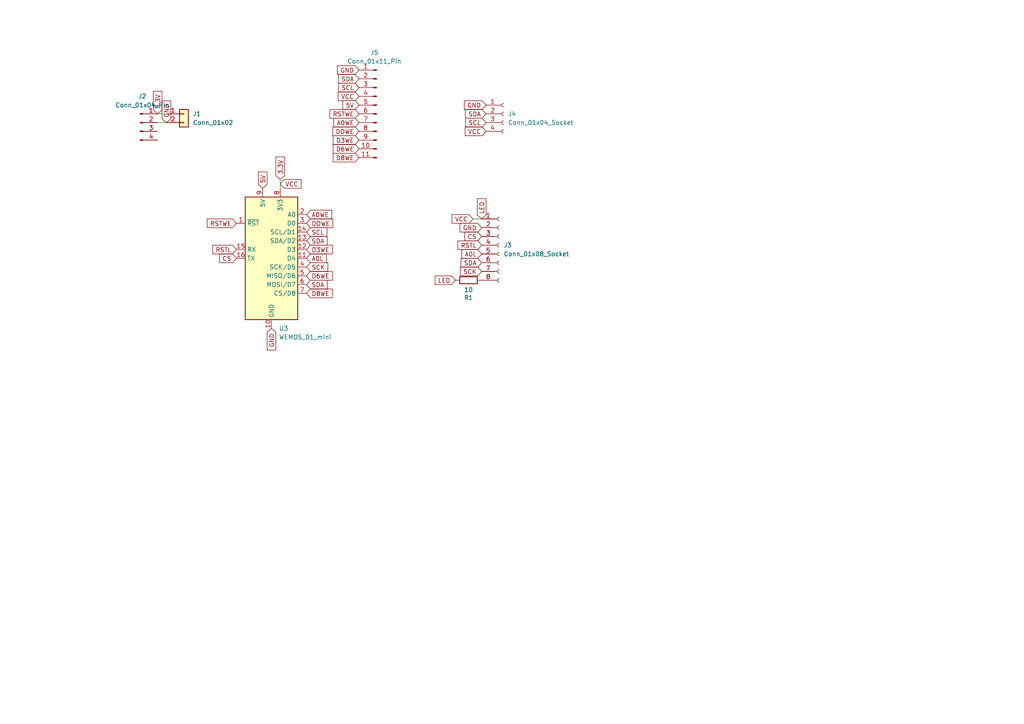
<source format=kicad_sch>
(kicad_sch
	(version 20241004)
	(generator "eeschema")
	(generator_version "8.99")
	(uuid "e8b92681-acdb-4d9b-b258-0eef7a166544")
	(paper "A4")
	(lib_symbols
		(symbol "Connector:Conn_01x04_Pin"
			(pin_names
				(offset 1.016)
				(hide yes)
			)
			(exclude_from_sim no)
			(in_bom yes)
			(on_board yes)
			(property "Reference" "J"
				(at 0 5.08 0)
				(effects
					(font
						(size 1.27 1.27)
					)
				)
			)
			(property "Value" "Conn_01x04_Pin"
				(at 0 -7.62 0)
				(effects
					(font
						(size 1.27 1.27)
					)
				)
			)
			(property "Footprint" ""
				(at 0 0 0)
				(effects
					(font
						(size 1.27 1.27)
					)
					(hide yes)
				)
			)
			(property "Datasheet" "~"
				(at 0 0 0)
				(effects
					(font
						(size 1.27 1.27)
					)
					(hide yes)
				)
			)
			(property "Description" "Generic connector, single row, 01x04, script generated"
				(at 0 0 0)
				(effects
					(font
						(size 1.27 1.27)
					)
					(hide yes)
				)
			)
			(property "ki_locked" ""
				(at 0 0 0)
				(effects
					(font
						(size 1.27 1.27)
					)
				)
			)
			(property "ki_keywords" "connector"
				(at 0 0 0)
				(effects
					(font
						(size 1.27 1.27)
					)
					(hide yes)
				)
			)
			(property "ki_fp_filters" "Connector*:*_1x??_*"
				(at 0 0 0)
				(effects
					(font
						(size 1.27 1.27)
					)
					(hide yes)
				)
			)
			(symbol "Conn_01x04_Pin_1_1"
				(rectangle
					(start 0.8636 2.667)
					(end 0 2.413)
					(stroke
						(width 0.1524)
						(type default)
					)
					(fill
						(type outline)
					)
				)
				(rectangle
					(start 0.8636 0.127)
					(end 0 -0.127)
					(stroke
						(width 0.1524)
						(type default)
					)
					(fill
						(type outline)
					)
				)
				(rectangle
					(start 0.8636 -2.413)
					(end 0 -2.667)
					(stroke
						(width 0.1524)
						(type default)
					)
					(fill
						(type outline)
					)
				)
				(rectangle
					(start 0.8636 -4.953)
					(end 0 -5.207)
					(stroke
						(width 0.1524)
						(type default)
					)
					(fill
						(type outline)
					)
				)
				(polyline
					(pts
						(xy 1.27 2.54) (xy 0.8636 2.54)
					)
					(stroke
						(width 0.1524)
						(type default)
					)
					(fill
						(type none)
					)
				)
				(polyline
					(pts
						(xy 1.27 0) (xy 0.8636 0)
					)
					(stroke
						(width 0.1524)
						(type default)
					)
					(fill
						(type none)
					)
				)
				(polyline
					(pts
						(xy 1.27 -2.54) (xy 0.8636 -2.54)
					)
					(stroke
						(width 0.1524)
						(type default)
					)
					(fill
						(type none)
					)
				)
				(polyline
					(pts
						(xy 1.27 -5.08) (xy 0.8636 -5.08)
					)
					(stroke
						(width 0.1524)
						(type default)
					)
					(fill
						(type none)
					)
				)
				(pin passive line
					(at 5.08 2.54 180)
					(length 3.81)
					(name "Pin_1"
						(effects
							(font
								(size 1.27 1.27)
							)
						)
					)
					(number "1"
						(effects
							(font
								(size 1.27 1.27)
							)
						)
					)
				)
				(pin passive line
					(at 5.08 0 180)
					(length 3.81)
					(name "Pin_2"
						(effects
							(font
								(size 1.27 1.27)
							)
						)
					)
					(number "2"
						(effects
							(font
								(size 1.27 1.27)
							)
						)
					)
				)
				(pin passive line
					(at 5.08 -2.54 180)
					(length 3.81)
					(name "Pin_3"
						(effects
							(font
								(size 1.27 1.27)
							)
						)
					)
					(number "3"
						(effects
							(font
								(size 1.27 1.27)
							)
						)
					)
				)
				(pin passive line
					(at 5.08 -5.08 180)
					(length 3.81)
					(name "Pin_4"
						(effects
							(font
								(size 1.27 1.27)
							)
						)
					)
					(number "4"
						(effects
							(font
								(size 1.27 1.27)
							)
						)
					)
				)
			)
			(embedded_fonts no)
		)
		(symbol "Connector:Conn_01x04_Socket"
			(pin_names
				(offset 1.016)
				(hide yes)
			)
			(exclude_from_sim no)
			(in_bom yes)
			(on_board yes)
			(property "Reference" "J"
				(at 0 5.08 0)
				(effects
					(font
						(size 1.27 1.27)
					)
				)
			)
			(property "Value" "Conn_01x04_Socket"
				(at 0 -7.62 0)
				(effects
					(font
						(size 1.27 1.27)
					)
				)
			)
			(property "Footprint" ""
				(at 0 0 0)
				(effects
					(font
						(size 1.27 1.27)
					)
					(hide yes)
				)
			)
			(property "Datasheet" "~"
				(at 0 0 0)
				(effects
					(font
						(size 1.27 1.27)
					)
					(hide yes)
				)
			)
			(property "Description" "Generic connector, single row, 01x04, script generated"
				(at 0 0 0)
				(effects
					(font
						(size 1.27 1.27)
					)
					(hide yes)
				)
			)
			(property "ki_locked" ""
				(at 0 0 0)
				(effects
					(font
						(size 1.27 1.27)
					)
				)
			)
			(property "ki_keywords" "connector"
				(at 0 0 0)
				(effects
					(font
						(size 1.27 1.27)
					)
					(hide yes)
				)
			)
			(property "ki_fp_filters" "Connector*:*_1x??_*"
				(at 0 0 0)
				(effects
					(font
						(size 1.27 1.27)
					)
					(hide yes)
				)
			)
			(symbol "Conn_01x04_Socket_1_1"
				(polyline
					(pts
						(xy -1.27 2.54) (xy -0.508 2.54)
					)
					(stroke
						(width 0.1524)
						(type default)
					)
					(fill
						(type none)
					)
				)
				(polyline
					(pts
						(xy -1.27 0) (xy -0.508 0)
					)
					(stroke
						(width 0.1524)
						(type default)
					)
					(fill
						(type none)
					)
				)
				(polyline
					(pts
						(xy -1.27 -2.54) (xy -0.508 -2.54)
					)
					(stroke
						(width 0.1524)
						(type default)
					)
					(fill
						(type none)
					)
				)
				(polyline
					(pts
						(xy -1.27 -5.08) (xy -0.508 -5.08)
					)
					(stroke
						(width 0.1524)
						(type default)
					)
					(fill
						(type none)
					)
				)
				(arc
					(start 0 2.032)
					(mid -0.5058 2.54)
					(end 0 3.048)
					(stroke
						(width 0.1524)
						(type default)
					)
					(fill
						(type none)
					)
				)
				(arc
					(start 0 -0.508)
					(mid -0.5058 0)
					(end 0 0.508)
					(stroke
						(width 0.1524)
						(type default)
					)
					(fill
						(type none)
					)
				)
				(arc
					(start 0 -3.048)
					(mid -0.5058 -2.54)
					(end 0 -2.032)
					(stroke
						(width 0.1524)
						(type default)
					)
					(fill
						(type none)
					)
				)
				(arc
					(start 0 -5.588)
					(mid -0.5058 -5.08)
					(end 0 -4.572)
					(stroke
						(width 0.1524)
						(type default)
					)
					(fill
						(type none)
					)
				)
				(pin passive line
					(at -5.08 2.54 0)
					(length 3.81)
					(name "Pin_1"
						(effects
							(font
								(size 1.27 1.27)
							)
						)
					)
					(number "1"
						(effects
							(font
								(size 1.27 1.27)
							)
						)
					)
				)
				(pin passive line
					(at -5.08 0 0)
					(length 3.81)
					(name "Pin_2"
						(effects
							(font
								(size 1.27 1.27)
							)
						)
					)
					(number "2"
						(effects
							(font
								(size 1.27 1.27)
							)
						)
					)
				)
				(pin passive line
					(at -5.08 -2.54 0)
					(length 3.81)
					(name "Pin_3"
						(effects
							(font
								(size 1.27 1.27)
							)
						)
					)
					(number "3"
						(effects
							(font
								(size 1.27 1.27)
							)
						)
					)
				)
				(pin passive line
					(at -5.08 -5.08 0)
					(length 3.81)
					(name "Pin_4"
						(effects
							(font
								(size 1.27 1.27)
							)
						)
					)
					(number "4"
						(effects
							(font
								(size 1.27 1.27)
							)
						)
					)
				)
			)
			(embedded_fonts no)
		)
		(symbol "Connector:Conn_01x08_Socket"
			(pin_names
				(offset 1.016)
				(hide yes)
			)
			(exclude_from_sim no)
			(in_bom yes)
			(on_board yes)
			(property "Reference" "J"
				(at 0 10.16 0)
				(effects
					(font
						(size 1.27 1.27)
					)
				)
			)
			(property "Value" "Conn_01x08_Socket"
				(at 0 -12.7 0)
				(effects
					(font
						(size 1.27 1.27)
					)
				)
			)
			(property "Footprint" ""
				(at 0 0 0)
				(effects
					(font
						(size 1.27 1.27)
					)
					(hide yes)
				)
			)
			(property "Datasheet" "~"
				(at 0 0 0)
				(effects
					(font
						(size 1.27 1.27)
					)
					(hide yes)
				)
			)
			(property "Description" "Generic connector, single row, 01x08, script generated"
				(at 0 0 0)
				(effects
					(font
						(size 1.27 1.27)
					)
					(hide yes)
				)
			)
			(property "ki_locked" ""
				(at 0 0 0)
				(effects
					(font
						(size 1.27 1.27)
					)
				)
			)
			(property "ki_keywords" "connector"
				(at 0 0 0)
				(effects
					(font
						(size 1.27 1.27)
					)
					(hide yes)
				)
			)
			(property "ki_fp_filters" "Connector*:*_1x??_*"
				(at 0 0 0)
				(effects
					(font
						(size 1.27 1.27)
					)
					(hide yes)
				)
			)
			(symbol "Conn_01x08_Socket_1_1"
				(polyline
					(pts
						(xy -1.27 7.62) (xy -0.508 7.62)
					)
					(stroke
						(width 0.1524)
						(type default)
					)
					(fill
						(type none)
					)
				)
				(polyline
					(pts
						(xy -1.27 5.08) (xy -0.508 5.08)
					)
					(stroke
						(width 0.1524)
						(type default)
					)
					(fill
						(type none)
					)
				)
				(polyline
					(pts
						(xy -1.27 2.54) (xy -0.508 2.54)
					)
					(stroke
						(width 0.1524)
						(type default)
					)
					(fill
						(type none)
					)
				)
				(polyline
					(pts
						(xy -1.27 0) (xy -0.508 0)
					)
					(stroke
						(width 0.1524)
						(type default)
					)
					(fill
						(type none)
					)
				)
				(polyline
					(pts
						(xy -1.27 -2.54) (xy -0.508 -2.54)
					)
					(stroke
						(width 0.1524)
						(type default)
					)
					(fill
						(type none)
					)
				)
				(polyline
					(pts
						(xy -1.27 -5.08) (xy -0.508 -5.08)
					)
					(stroke
						(width 0.1524)
						(type default)
					)
					(fill
						(type none)
					)
				)
				(polyline
					(pts
						(xy -1.27 -7.62) (xy -0.508 -7.62)
					)
					(stroke
						(width 0.1524)
						(type default)
					)
					(fill
						(type none)
					)
				)
				(polyline
					(pts
						(xy -1.27 -10.16) (xy -0.508 -10.16)
					)
					(stroke
						(width 0.1524)
						(type default)
					)
					(fill
						(type none)
					)
				)
				(arc
					(start 0 7.112)
					(mid -0.5058 7.62)
					(end 0 8.128)
					(stroke
						(width 0.1524)
						(type default)
					)
					(fill
						(type none)
					)
				)
				(arc
					(start 0 4.572)
					(mid -0.5058 5.08)
					(end 0 5.588)
					(stroke
						(width 0.1524)
						(type default)
					)
					(fill
						(type none)
					)
				)
				(arc
					(start 0 2.032)
					(mid -0.5058 2.54)
					(end 0 3.048)
					(stroke
						(width 0.1524)
						(type default)
					)
					(fill
						(type none)
					)
				)
				(arc
					(start 0 -0.508)
					(mid -0.5058 0)
					(end 0 0.508)
					(stroke
						(width 0.1524)
						(type default)
					)
					(fill
						(type none)
					)
				)
				(arc
					(start 0 -3.048)
					(mid -0.5058 -2.54)
					(end 0 -2.032)
					(stroke
						(width 0.1524)
						(type default)
					)
					(fill
						(type none)
					)
				)
				(arc
					(start 0 -5.588)
					(mid -0.5058 -5.08)
					(end 0 -4.572)
					(stroke
						(width 0.1524)
						(type default)
					)
					(fill
						(type none)
					)
				)
				(arc
					(start 0 -8.128)
					(mid -0.5058 -7.62)
					(end 0 -7.112)
					(stroke
						(width 0.1524)
						(type default)
					)
					(fill
						(type none)
					)
				)
				(arc
					(start 0 -10.668)
					(mid -0.5058 -10.16)
					(end 0 -9.652)
					(stroke
						(width 0.1524)
						(type default)
					)
					(fill
						(type none)
					)
				)
				(pin passive line
					(at -5.08 7.62 0)
					(length 3.81)
					(name "Pin_1"
						(effects
							(font
								(size 1.27 1.27)
							)
						)
					)
					(number "1"
						(effects
							(font
								(size 1.27 1.27)
							)
						)
					)
				)
				(pin passive line
					(at -5.08 5.08 0)
					(length 3.81)
					(name "Pin_2"
						(effects
							(font
								(size 1.27 1.27)
							)
						)
					)
					(number "2"
						(effects
							(font
								(size 1.27 1.27)
							)
						)
					)
				)
				(pin passive line
					(at -5.08 2.54 0)
					(length 3.81)
					(name "Pin_3"
						(effects
							(font
								(size 1.27 1.27)
							)
						)
					)
					(number "3"
						(effects
							(font
								(size 1.27 1.27)
							)
						)
					)
				)
				(pin passive line
					(at -5.08 0 0)
					(length 3.81)
					(name "Pin_4"
						(effects
							(font
								(size 1.27 1.27)
							)
						)
					)
					(number "4"
						(effects
							(font
								(size 1.27 1.27)
							)
						)
					)
				)
				(pin passive line
					(at -5.08 -2.54 0)
					(length 3.81)
					(name "Pin_5"
						(effects
							(font
								(size 1.27 1.27)
							)
						)
					)
					(number "5"
						(effects
							(font
								(size 1.27 1.27)
							)
						)
					)
				)
				(pin passive line
					(at -5.08 -5.08 0)
					(length 3.81)
					(name "Pin_6"
						(effects
							(font
								(size 1.27 1.27)
							)
						)
					)
					(number "6"
						(effects
							(font
								(size 1.27 1.27)
							)
						)
					)
				)
				(pin passive line
					(at -5.08 -7.62 0)
					(length 3.81)
					(name "Pin_7"
						(effects
							(font
								(size 1.27 1.27)
							)
						)
					)
					(number "7"
						(effects
							(font
								(size 1.27 1.27)
							)
						)
					)
				)
				(pin passive line
					(at -5.08 -10.16 0)
					(length 3.81)
					(name "Pin_8"
						(effects
							(font
								(size 1.27 1.27)
							)
						)
					)
					(number "8"
						(effects
							(font
								(size 1.27 1.27)
							)
						)
					)
				)
			)
			(embedded_fonts no)
		)
		(symbol "Connector:Conn_01x11_Pin"
			(pin_names
				(offset 1.016)
				(hide yes)
			)
			(exclude_from_sim no)
			(in_bom yes)
			(on_board yes)
			(property "Reference" "J"
				(at 0 15.24 0)
				(effects
					(font
						(size 1.27 1.27)
					)
				)
			)
			(property "Value" "Conn_01x11_Pin"
				(at 0 -15.24 0)
				(effects
					(font
						(size 1.27 1.27)
					)
				)
			)
			(property "Footprint" ""
				(at 0 0 0)
				(effects
					(font
						(size 1.27 1.27)
					)
					(hide yes)
				)
			)
			(property "Datasheet" "~"
				(at 0 0 0)
				(effects
					(font
						(size 1.27 1.27)
					)
					(hide yes)
				)
			)
			(property "Description" "Generic connector, single row, 01x11, script generated"
				(at 0 0 0)
				(effects
					(font
						(size 1.27 1.27)
					)
					(hide yes)
				)
			)
			(property "ki_locked" ""
				(at 0 0 0)
				(effects
					(font
						(size 1.27 1.27)
					)
				)
			)
			(property "ki_keywords" "connector"
				(at 0 0 0)
				(effects
					(font
						(size 1.27 1.27)
					)
					(hide yes)
				)
			)
			(property "ki_fp_filters" "Connector*:*_1x??_*"
				(at 0 0 0)
				(effects
					(font
						(size 1.27 1.27)
					)
					(hide yes)
				)
			)
			(symbol "Conn_01x11_Pin_1_1"
				(rectangle
					(start 0.8636 12.827)
					(end 0 12.573)
					(stroke
						(width 0.1524)
						(type default)
					)
					(fill
						(type outline)
					)
				)
				(rectangle
					(start 0.8636 10.287)
					(end 0 10.033)
					(stroke
						(width 0.1524)
						(type default)
					)
					(fill
						(type outline)
					)
				)
				(rectangle
					(start 0.8636 7.747)
					(end 0 7.493)
					(stroke
						(width 0.1524)
						(type default)
					)
					(fill
						(type outline)
					)
				)
				(rectangle
					(start 0.8636 5.207)
					(end 0 4.953)
					(stroke
						(width 0.1524)
						(type default)
					)
					(fill
						(type outline)
					)
				)
				(rectangle
					(start 0.8636 2.667)
					(end 0 2.413)
					(stroke
						(width 0.1524)
						(type default)
					)
					(fill
						(type outline)
					)
				)
				(rectangle
					(start 0.8636 0.127)
					(end 0 -0.127)
					(stroke
						(width 0.1524)
						(type default)
					)
					(fill
						(type outline)
					)
				)
				(rectangle
					(start 0.8636 -2.413)
					(end 0 -2.667)
					(stroke
						(width 0.1524)
						(type default)
					)
					(fill
						(type outline)
					)
				)
				(rectangle
					(start 0.8636 -4.953)
					(end 0 -5.207)
					(stroke
						(width 0.1524)
						(type default)
					)
					(fill
						(type outline)
					)
				)
				(rectangle
					(start 0.8636 -7.493)
					(end 0 -7.747)
					(stroke
						(width 0.1524)
						(type default)
					)
					(fill
						(type outline)
					)
				)
				(rectangle
					(start 0.8636 -10.033)
					(end 0 -10.287)
					(stroke
						(width 0.1524)
						(type default)
					)
					(fill
						(type outline)
					)
				)
				(rectangle
					(start 0.8636 -12.573)
					(end 0 -12.827)
					(stroke
						(width 0.1524)
						(type default)
					)
					(fill
						(type outline)
					)
				)
				(polyline
					(pts
						(xy 1.27 12.7) (xy 0.8636 12.7)
					)
					(stroke
						(width 0.1524)
						(type default)
					)
					(fill
						(type none)
					)
				)
				(polyline
					(pts
						(xy 1.27 10.16) (xy 0.8636 10.16)
					)
					(stroke
						(width 0.1524)
						(type default)
					)
					(fill
						(type none)
					)
				)
				(polyline
					(pts
						(xy 1.27 7.62) (xy 0.8636 7.62)
					)
					(stroke
						(width 0.1524)
						(type default)
					)
					(fill
						(type none)
					)
				)
				(polyline
					(pts
						(xy 1.27 5.08) (xy 0.8636 5.08)
					)
					(stroke
						(width 0.1524)
						(type default)
					)
					(fill
						(type none)
					)
				)
				(polyline
					(pts
						(xy 1.27 2.54) (xy 0.8636 2.54)
					)
					(stroke
						(width 0.1524)
						(type default)
					)
					(fill
						(type none)
					)
				)
				(polyline
					(pts
						(xy 1.27 0) (xy 0.8636 0)
					)
					(stroke
						(width 0.1524)
						(type default)
					)
					(fill
						(type none)
					)
				)
				(polyline
					(pts
						(xy 1.27 -2.54) (xy 0.8636 -2.54)
					)
					(stroke
						(width 0.1524)
						(type default)
					)
					(fill
						(type none)
					)
				)
				(polyline
					(pts
						(xy 1.27 -5.08) (xy 0.8636 -5.08)
					)
					(stroke
						(width 0.1524)
						(type default)
					)
					(fill
						(type none)
					)
				)
				(polyline
					(pts
						(xy 1.27 -7.62) (xy 0.8636 -7.62)
					)
					(stroke
						(width 0.1524)
						(type default)
					)
					(fill
						(type none)
					)
				)
				(polyline
					(pts
						(xy 1.27 -10.16) (xy 0.8636 -10.16)
					)
					(stroke
						(width 0.1524)
						(type default)
					)
					(fill
						(type none)
					)
				)
				(polyline
					(pts
						(xy 1.27 -12.7) (xy 0.8636 -12.7)
					)
					(stroke
						(width 0.1524)
						(type default)
					)
					(fill
						(type none)
					)
				)
				(pin passive line
					(at 5.08 12.7 180)
					(length 3.81)
					(name "Pin_1"
						(effects
							(font
								(size 1.27 1.27)
							)
						)
					)
					(number "1"
						(effects
							(font
								(size 1.27 1.27)
							)
						)
					)
				)
				(pin passive line
					(at 5.08 10.16 180)
					(length 3.81)
					(name "Pin_2"
						(effects
							(font
								(size 1.27 1.27)
							)
						)
					)
					(number "2"
						(effects
							(font
								(size 1.27 1.27)
							)
						)
					)
				)
				(pin passive line
					(at 5.08 7.62 180)
					(length 3.81)
					(name "Pin_3"
						(effects
							(font
								(size 1.27 1.27)
							)
						)
					)
					(number "3"
						(effects
							(font
								(size 1.27 1.27)
							)
						)
					)
				)
				(pin passive line
					(at 5.08 5.08 180)
					(length 3.81)
					(name "Pin_4"
						(effects
							(font
								(size 1.27 1.27)
							)
						)
					)
					(number "4"
						(effects
							(font
								(size 1.27 1.27)
							)
						)
					)
				)
				(pin passive line
					(at 5.08 2.54 180)
					(length 3.81)
					(name "Pin_5"
						(effects
							(font
								(size 1.27 1.27)
							)
						)
					)
					(number "5"
						(effects
							(font
								(size 1.27 1.27)
							)
						)
					)
				)
				(pin passive line
					(at 5.08 0 180)
					(length 3.81)
					(name "Pin_6"
						(effects
							(font
								(size 1.27 1.27)
							)
						)
					)
					(number "6"
						(effects
							(font
								(size 1.27 1.27)
							)
						)
					)
				)
				(pin passive line
					(at 5.08 -2.54 180)
					(length 3.81)
					(name "Pin_7"
						(effects
							(font
								(size 1.27 1.27)
							)
						)
					)
					(number "7"
						(effects
							(font
								(size 1.27 1.27)
							)
						)
					)
				)
				(pin passive line
					(at 5.08 -5.08 180)
					(length 3.81)
					(name "Pin_8"
						(effects
							(font
								(size 1.27 1.27)
							)
						)
					)
					(number "8"
						(effects
							(font
								(size 1.27 1.27)
							)
						)
					)
				)
				(pin passive line
					(at 5.08 -7.62 180)
					(length 3.81)
					(name "Pin_9"
						(effects
							(font
								(size 1.27 1.27)
							)
						)
					)
					(number "9"
						(effects
							(font
								(size 1.27 1.27)
							)
						)
					)
				)
				(pin passive line
					(at 5.08 -10.16 180)
					(length 3.81)
					(name "Pin_10"
						(effects
							(font
								(size 1.27 1.27)
							)
						)
					)
					(number "10"
						(effects
							(font
								(size 1.27 1.27)
							)
						)
					)
				)
				(pin passive line
					(at 5.08 -12.7 180)
					(length 3.81)
					(name "Pin_11"
						(effects
							(font
								(size 1.27 1.27)
							)
						)
					)
					(number "11"
						(effects
							(font
								(size 1.27 1.27)
							)
						)
					)
				)
			)
			(embedded_fonts no)
		)
		(symbol "Connector_Generic:Conn_01x02"
			(pin_names
				(offset 1.016)
				(hide yes)
			)
			(exclude_from_sim no)
			(in_bom yes)
			(on_board yes)
			(property "Reference" "J"
				(at 0 2.54 0)
				(effects
					(font
						(size 1.27 1.27)
					)
				)
			)
			(property "Value" "Conn_01x02"
				(at 0 -5.08 0)
				(effects
					(font
						(size 1.27 1.27)
					)
				)
			)
			(property "Footprint" ""
				(at 0 0 0)
				(effects
					(font
						(size 1.27 1.27)
					)
					(hide yes)
				)
			)
			(property "Datasheet" "~"
				(at 0 0 0)
				(effects
					(font
						(size 1.27 1.27)
					)
					(hide yes)
				)
			)
			(property "Description" "Generic connector, single row, 01x02, script generated (kicad-library-utils/schlib/autogen/connector/)"
				(at 0 0 0)
				(effects
					(font
						(size 1.27 1.27)
					)
					(hide yes)
				)
			)
			(property "ki_keywords" "connector"
				(at 0 0 0)
				(effects
					(font
						(size 1.27 1.27)
					)
					(hide yes)
				)
			)
			(property "ki_fp_filters" "Connector*:*_1x??_*"
				(at 0 0 0)
				(effects
					(font
						(size 1.27 1.27)
					)
					(hide yes)
				)
			)
			(symbol "Conn_01x02_1_1"
				(rectangle
					(start -1.27 1.27)
					(end 1.27 -3.81)
					(stroke
						(width 0.254)
						(type default)
					)
					(fill
						(type background)
					)
				)
				(rectangle
					(start -1.27 0.127)
					(end 0 -0.127)
					(stroke
						(width 0.1524)
						(type default)
					)
					(fill
						(type none)
					)
				)
				(rectangle
					(start -1.27 -2.413)
					(end 0 -2.667)
					(stroke
						(width 0.1524)
						(type default)
					)
					(fill
						(type none)
					)
				)
				(pin passive line
					(at -5.08 0 0)
					(length 3.81)
					(name "Pin_1"
						(effects
							(font
								(size 1.27 1.27)
							)
						)
					)
					(number "1"
						(effects
							(font
								(size 1.27 1.27)
							)
						)
					)
				)
				(pin passive line
					(at -5.08 -2.54 0)
					(length 3.81)
					(name "Pin_2"
						(effects
							(font
								(size 1.27 1.27)
							)
						)
					)
					(number "2"
						(effects
							(font
								(size 1.27 1.27)
							)
						)
					)
				)
			)
			(embedded_fonts no)
		)
		(symbol "PCM_Resistor_AKL:R_0805"
			(pin_numbers
				(hide yes)
			)
			(pin_names
				(offset 0)
			)
			(exclude_from_sim no)
			(in_bom yes)
			(on_board yes)
			(property "Reference" "R"
				(at 2.54 1.27 0)
				(effects
					(font
						(size 1.27 1.27)
					)
					(justify left)
				)
			)
			(property "Value" "R_0805"
				(at 2.54 -1.27 0)
				(effects
					(font
						(size 1.27 1.27)
					)
					(justify left)
				)
			)
			(property "Footprint" "PCM_Resistor_SMD_AKL:R_0805_2012Metric"
				(at 0 -11.43 0)
				(effects
					(font
						(size 1.27 1.27)
					)
					(hide yes)
				)
			)
			(property "Datasheet" "~"
				(at 0 0 0)
				(effects
					(font
						(size 1.27 1.27)
					)
					(hide yes)
				)
			)
			(property "Description" "SMD 0805 Chip Resistor, European Symbol, Alternate KiCad Library"
				(at 0 0 0)
				(effects
					(font
						(size 1.27 1.27)
					)
					(hide yes)
				)
			)
			(property "ki_keywords" "R res resistor eu  smd 0805"
				(at 0 0 0)
				(effects
					(font
						(size 1.27 1.27)
					)
					(hide yes)
				)
			)
			(property "ki_fp_filters" "R_*"
				(at 0 0 0)
				(effects
					(font
						(size 1.27 1.27)
					)
					(hide yes)
				)
			)
			(symbol "R_0805_0_1"
				(rectangle
					(start -1.016 2.54)
					(end 1.016 -2.54)
					(stroke
						(width 0.254)
						(type default)
					)
					(fill
						(type none)
					)
				)
			)
			(symbol "R_0805_0_2"
				(polyline
					(pts
						(xy -2.54 -2.54) (xy -1.524 -1.524)
					)
					(stroke
						(width 0)
						(type default)
					)
					(fill
						(type none)
					)
				)
				(polyline
					(pts
						(xy 1.524 1.524) (xy 2.54 2.54)
					)
					(stroke
						(width 0)
						(type default)
					)
					(fill
						(type none)
					)
				)
				(polyline
					(pts
						(xy 1.524 1.524) (xy 0.889 2.159) (xy -2.159 -0.889) (xy -0.889 -2.159) (xy 2.159 0.889) (xy 1.524 1.524)
					)
					(stroke
						(width 0.254)
						(type default)
					)
					(fill
						(type none)
					)
				)
			)
			(symbol "R_0805_1_1"
				(pin passive line
					(at 0 3.81 270)
					(length 1.27)
					(name "~"
						(effects
							(font
								(size 1.27 1.27)
							)
						)
					)
					(number "1"
						(effects
							(font
								(size 1.27 1.27)
							)
						)
					)
				)
				(pin passive line
					(at 0 -3.81 90)
					(length 1.27)
					(name "~"
						(effects
							(font
								(size 1.27 1.27)
							)
						)
					)
					(number "2"
						(effects
							(font
								(size 1.27 1.27)
							)
						)
					)
				)
			)
			(symbol "R_0805_1_2"
				(pin passive line
					(at -2.54 -2.54 0)
					(length 0)
					(name ""
						(effects
							(font
								(size 1.27 1.27)
							)
						)
					)
					(number "2"
						(effects
							(font
								(size 1.27 1.27)
							)
						)
					)
				)
				(pin passive line
					(at 2.54 2.54 180)
					(length 0)
					(name ""
						(effects
							(font
								(size 1.27 1.27)
							)
						)
					)
					(number "1"
						(effects
							(font
								(size 1.27 1.27)
							)
						)
					)
				)
			)
			(embedded_fonts no)
		)
		(symbol "RF_Module:WEMOS_D1_mini"
			(exclude_from_sim no)
			(in_bom yes)
			(on_board yes)
			(property "Reference" "U"
				(at 3.81 19.05 0)
				(effects
					(font
						(size 1.27 1.27)
					)
					(justify left)
				)
			)
			(property "Value" "WEMOS_D1_mini"
				(at 1.27 -19.05 0)
				(effects
					(font
						(size 1.27 1.27)
					)
					(justify left)
				)
			)
			(property "Footprint" "RF_Module:WEMOS_D1_mini_light"
				(at 0 -29.21 0)
				(effects
					(font
						(size 1.27 1.27)
					)
					(hide yes)
				)
			)
			(property "Datasheet" "https://wiki.wemos.cc/products:d1:d1_mini#documentation"
				(at -46.99 -29.21 0)
				(effects
					(font
						(size 1.27 1.27)
					)
					(hide yes)
				)
			)
			(property "Description" "32-bit microcontroller module with WiFi"
				(at 0 0 0)
				(effects
					(font
						(size 1.27 1.27)
					)
					(hide yes)
				)
			)
			(property "ki_keywords" "ESP8266 WiFi microcontroller ESP8266EX"
				(at 0 0 0)
				(effects
					(font
						(size 1.27 1.27)
					)
					(hide yes)
				)
			)
			(property "ki_fp_filters" "WEMOS*D1*mini*"
				(at 0 0 0)
				(effects
					(font
						(size 1.27 1.27)
					)
					(hide yes)
				)
			)
			(symbol "WEMOS_D1_mini_1_1"
				(rectangle
					(start -7.62 17.78)
					(end 7.62 -17.78)
					(stroke
						(width 0.254)
						(type default)
					)
					(fill
						(type background)
					)
				)
				(pin input line
					(at -10.16 10.16 0)
					(length 2.54)
					(name "~{RST}"
						(effects
							(font
								(size 1.27 1.27)
							)
						)
					)
					(number "1"
						(effects
							(font
								(size 1.27 1.27)
							)
						)
					)
				)
				(pin input line
					(at -10.16 2.54 0)
					(length 2.54)
					(name "RX"
						(effects
							(font
								(size 1.27 1.27)
							)
						)
					)
					(number "15"
						(effects
							(font
								(size 1.27 1.27)
							)
						)
					)
				)
				(pin output line
					(at -10.16 0 0)
					(length 2.54)
					(name "TX"
						(effects
							(font
								(size 1.27 1.27)
							)
						)
					)
					(number "16"
						(effects
							(font
								(size 1.27 1.27)
							)
						)
					)
				)
				(pin power_in line
					(at -2.54 20.32 270)
					(length 2.54)
					(name "5V"
						(effects
							(font
								(size 1.27 1.27)
							)
						)
					)
					(number "9"
						(effects
							(font
								(size 1.27 1.27)
							)
						)
					)
				)
				(pin power_in line
					(at 0 -20.32 90)
					(length 2.54)
					(name "GND"
						(effects
							(font
								(size 1.27 1.27)
							)
						)
					)
					(number "10"
						(effects
							(font
								(size 1.27 1.27)
							)
						)
					)
				)
				(pin power_out line
					(at 2.54 20.32 270)
					(length 2.54)
					(name "3V3"
						(effects
							(font
								(size 1.27 1.27)
							)
						)
					)
					(number "8"
						(effects
							(font
								(size 1.27 1.27)
							)
						)
					)
				)
				(pin input line
					(at 10.16 12.7 180)
					(length 2.54)
					(name "A0"
						(effects
							(font
								(size 1.27 1.27)
							)
						)
					)
					(number "2"
						(effects
							(font
								(size 1.27 1.27)
							)
						)
					)
				)
				(pin bidirectional line
					(at 10.16 10.16 180)
					(length 2.54)
					(name "D0"
						(effects
							(font
								(size 1.27 1.27)
							)
						)
					)
					(number "3"
						(effects
							(font
								(size 1.27 1.27)
							)
						)
					)
				)
				(pin bidirectional line
					(at 10.16 7.62 180)
					(length 2.54)
					(name "SCL/D1"
						(effects
							(font
								(size 1.27 1.27)
							)
						)
					)
					(number "14"
						(effects
							(font
								(size 1.27 1.27)
							)
						)
					)
				)
				(pin bidirectional line
					(at 10.16 5.08 180)
					(length 2.54)
					(name "SDA/D2"
						(effects
							(font
								(size 1.27 1.27)
							)
						)
					)
					(number "13"
						(effects
							(font
								(size 1.27 1.27)
							)
						)
					)
				)
				(pin bidirectional line
					(at 10.16 2.54 180)
					(length 2.54)
					(name "D3"
						(effects
							(font
								(size 1.27 1.27)
							)
						)
					)
					(number "12"
						(effects
							(font
								(size 1.27 1.27)
							)
						)
					)
				)
				(pin bidirectional line
					(at 10.16 0 180)
					(length 2.54)
					(name "D4"
						(effects
							(font
								(size 1.27 1.27)
							)
						)
					)
					(number "11"
						(effects
							(font
								(size 1.27 1.27)
							)
						)
					)
				)
				(pin bidirectional line
					(at 10.16 -2.54 180)
					(length 2.54)
					(name "SCK/D5"
						(effects
							(font
								(size 1.27 1.27)
							)
						)
					)
					(number "4"
						(effects
							(font
								(size 1.27 1.27)
							)
						)
					)
				)
				(pin bidirectional line
					(at 10.16 -5.08 180)
					(length 2.54)
					(name "MISO/D6"
						(effects
							(font
								(size 1.27 1.27)
							)
						)
					)
					(number "5"
						(effects
							(font
								(size 1.27 1.27)
							)
						)
					)
				)
				(pin bidirectional line
					(at 10.16 -7.62 180)
					(length 2.54)
					(name "MOSI/D7"
						(effects
							(font
								(size 1.27 1.27)
							)
						)
					)
					(number "6"
						(effects
							(font
								(size 1.27 1.27)
							)
						)
					)
				)
				(pin bidirectional line
					(at 10.16 -10.16 180)
					(length 2.54)
					(name "CS/D8"
						(effects
							(font
								(size 1.27 1.27)
							)
						)
					)
					(number "7"
						(effects
							(font
								(size 1.27 1.27)
							)
						)
					)
				)
			)
			(embedded_fonts no)
		)
	)
	(wire
		(pts
			(xy 137.16 63.5) (xy 139.7 63.5)
		)
		(stroke
			(width 0)
			(type default)
		)
		(uuid "05463a78-604d-4242-8b37-a20605be17d2")
	)
	(wire
		(pts
			(xy 48.26 33.02) (xy 45.72 33.02)
		)
		(stroke
			(width 0)
			(type default)
		)
		(uuid "6f291bc8-69c4-4584-8300-8768786be9f7")
	)
	(wire
		(pts
			(xy 81.28 52.07) (xy 81.28 54.61)
		)
		(stroke
			(width 0)
			(type default)
		)
		(uuid "d5b8264d-0ac0-486e-a011-3bb9c7bb310c")
	)
	(wire
		(pts
			(xy 48.26 35.56) (xy 45.72 35.56)
		)
		(stroke
			(width 0)
			(type default)
		)
		(uuid "e13c6178-3b0a-47c5-85da-1f6ad9c354b8")
	)
	(global_label "SCL"
		(shape input)
		(at 104.14 25.4 180)
		(fields_autoplaced yes)
		(effects
			(font
				(size 1.27 1.27)
			)
			(justify right)
		)
		(uuid "0571f275-e3c0-440a-bc46-3d6a300e0ebd")
		(property "Intersheetrefs" "${INTERSHEET_REFS}"
			(at 97.6472 25.4 0)
			(effects
				(font
					(size 1.27 1.27)
				)
				(justify right)
				(hide yes)
			)
		)
	)
	(global_label "LED"
		(shape input)
		(at 139.7 63.5 90)
		(fields_autoplaced yes)
		(effects
			(font
				(size 1.27 1.27)
			)
			(justify left)
		)
		(uuid "1e3584a8-7020-42f6-9f67-db79bb707b08")
		(property "Intersheetrefs" "${INTERSHEET_REFS}"
			(at 139.7 57.0677 90)
			(effects
				(font
					(size 1.27 1.27)
				)
				(justify left)
				(hide yes)
			)
		)
	)
	(global_label "D8WE"
		(shape input)
		(at 104.14 45.72 180)
		(fields_autoplaced yes)
		(effects
			(font
				(size 1.27 1.27)
			)
			(justify right)
		)
		(uuid "20a794f4-f5cd-494d-9a75-10005f389b70")
		(property "Intersheetrefs" "${INTERSHEET_REFS}"
			(at 96.0749 45.72 0)
			(effects
				(font
					(size 1.27 1.27)
				)
				(justify right)
				(hide yes)
			)
		)
	)
	(global_label "D8WE"
		(shape input)
		(at 88.9 85.09 0)
		(fields_autoplaced yes)
		(effects
			(font
				(size 1.27 1.27)
			)
			(justify left)
		)
		(uuid "273d9fe1-4377-4a4d-8651-65b9f5013da9")
		(property "Intersheetrefs" "${INTERSHEET_REFS}"
			(at 96.9651 85.09 0)
			(effects
				(font
					(size 1.27 1.27)
				)
				(justify left)
				(hide yes)
			)
		)
	)
	(global_label "D6WE"
		(shape input)
		(at 88.9 80.01 0)
		(fields_autoplaced yes)
		(effects
			(font
				(size 1.27 1.27)
			)
			(justify left)
		)
		(uuid "2ebb355e-b2ac-4cf7-8e46-80dde31d69da")
		(property "Intersheetrefs" "${INTERSHEET_REFS}"
			(at 96.9651 80.01 0)
			(effects
				(font
					(size 1.27 1.27)
				)
				(justify left)
				(hide yes)
			)
		)
	)
	(global_label "SCK"
		(shape input)
		(at 88.9 77.47 0)
		(fields_autoplaced yes)
		(effects
			(font
				(size 1.27 1.27)
			)
			(justify left)
		)
		(uuid "35d454af-e5b3-4168-8055-5e223e97ae0b")
		(property "Intersheetrefs" "${INTERSHEET_REFS}"
			(at 95.6347 77.47 0)
			(effects
				(font
					(size 1.27 1.27)
				)
				(justify left)
				(hide yes)
			)
		)
	)
	(global_label "CS"
		(shape input)
		(at 139.7 68.58 180)
		(fields_autoplaced yes)
		(effects
			(font
				(size 1.27 1.27)
			)
			(justify right)
		)
		(uuid "36baf07a-e0a6-4de0-9706-a0f484eebf51")
		(property "Intersheetrefs" "${INTERSHEET_REFS}"
			(at 134.2353 68.58 0)
			(effects
				(font
					(size 1.27 1.27)
				)
				(justify right)
				(hide yes)
			)
		)
	)
	(global_label "DOWE"
		(shape input)
		(at 104.14 38.1 180)
		(fields_autoplaced yes)
		(effects
			(font
				(size 1.27 1.27)
			)
			(justify right)
		)
		(uuid "3e182a66-81fa-4bc2-87ac-b060a811e5d3")
		(property "Intersheetrefs" "${INTERSHEET_REFS}"
			(at 95.9539 38.1 0)
			(effects
				(font
					(size 1.27 1.27)
				)
				(justify right)
				(hide yes)
			)
		)
	)
	(global_label "D3WE"
		(shape input)
		(at 104.14 40.64 180)
		(fields_autoplaced yes)
		(effects
			(font
				(size 1.27 1.27)
			)
			(justify right)
		)
		(uuid "452d852e-af90-4dd4-b6ed-3c2bf310be73")
		(property "Intersheetrefs" "${INTERSHEET_REFS}"
			(at 96.0749 40.64 0)
			(effects
				(font
					(size 1.27 1.27)
				)
				(justify right)
				(hide yes)
			)
		)
	)
	(global_label "LED"
		(shape input)
		(at 132.08 81.28 180)
		(fields_autoplaced yes)
		(effects
			(font
				(size 1.27 1.27)
			)
			(justify right)
		)
		(uuid "4b186a69-f2dd-4168-949c-8c665406cd1d")
		(property "Intersheetrefs" "${INTERSHEET_REFS}"
			(at 125.6477 81.28 0)
			(effects
				(font
					(size 1.27 1.27)
				)
				(justify right)
				(hide yes)
			)
		)
	)
	(global_label "SDA"
		(shape input)
		(at 104.14 22.86 180)
		(fields_autoplaced yes)
		(effects
			(font
				(size 1.27 1.27)
			)
			(justify right)
		)
		(uuid "4d970690-b94a-4e39-90f8-b7f98607f096")
		(property "Intersheetrefs" "${INTERSHEET_REFS}"
			(at 97.5867 22.86 0)
			(effects
				(font
					(size 1.27 1.27)
				)
				(justify right)
				(hide yes)
			)
		)
	)
	(global_label "SDA"
		(shape input)
		(at 88.9 69.85 0)
		(fields_autoplaced yes)
		(effects
			(font
				(size 1.27 1.27)
			)
			(justify left)
		)
		(uuid "555f6618-25f7-416e-acf1-8ba5018ded7c")
		(property "Intersheetrefs" "${INTERSHEET_REFS}"
			(at 95.4533 69.85 0)
			(effects
				(font
					(size 1.27 1.27)
				)
				(justify left)
				(hide yes)
			)
		)
	)
	(global_label "GND"
		(shape input)
		(at 78.74 95.25 270)
		(fields_autoplaced yes)
		(effects
			(font
				(size 1.27 1.27)
			)
			(justify right)
		)
		(uuid "563e9f77-c062-42f4-8f8e-94dbead476b9")
		(property "Intersheetrefs" "${INTERSHEET_REFS}"
			(at 78.74 102.1057 90)
			(effects
				(font
					(size 1.27 1.27)
				)
				(justify right)
				(hide yes)
			)
		)
	)
	(global_label "5V"
		(shape input)
		(at 104.14 30.48 180)
		(fields_autoplaced yes)
		(effects
			(font
				(size 1.27 1.27)
			)
			(justify right)
		)
		(uuid "592ac771-6ee2-461e-97bc-386fe08cd4b0")
		(property "Intersheetrefs" "${INTERSHEET_REFS}"
			(at 98.8567 30.48 0)
			(effects
				(font
					(size 1.27 1.27)
				)
				(justify right)
				(hide yes)
			)
		)
	)
	(global_label "SCK"
		(shape input)
		(at 139.7 78.74 180)
		(fields_autoplaced yes)
		(effects
			(font
				(size 1.27 1.27)
			)
			(justify right)
		)
		(uuid "5d4364fc-b6f9-4e88-88b6-b1ca40b086a7")
		(property "Intersheetrefs" "${INTERSHEET_REFS}"
			(at 132.9653 78.74 0)
			(effects
				(font
					(size 1.27 1.27)
				)
				(justify right)
				(hide yes)
			)
		)
	)
	(global_label "A0WE"
		(shape input)
		(at 104.14 35.56 180)
		(fields_autoplaced yes)
		(effects
			(font
				(size 1.27 1.27)
			)
			(justify right)
		)
		(uuid "665db7d7-f26f-4e97-8a9e-b4ad10e41b2b")
		(property "Intersheetrefs" "${INTERSHEET_REFS}"
			(at 96.2563 35.56 0)
			(effects
				(font
					(size 1.27 1.27)
				)
				(justify right)
				(hide yes)
			)
		)
	)
	(global_label "A0WE"
		(shape input)
		(at 88.9 62.23 0)
		(fields_autoplaced yes)
		(effects
			(font
				(size 1.27 1.27)
			)
			(justify left)
		)
		(uuid "6e0d7552-f42d-4c8d-b65d-a093e42b3ae4")
		(property "Intersheetrefs" "${INTERSHEET_REFS}"
			(at 96.7837 62.23 0)
			(effects
				(font
					(size 1.27 1.27)
				)
				(justify left)
				(hide yes)
			)
		)
	)
	(global_label "SCL"
		(shape input)
		(at 88.9 67.31 0)
		(fields_autoplaced yes)
		(effects
			(font
				(size 1.27 1.27)
			)
			(justify left)
		)
		(uuid "71a2e613-8b3a-4d26-a8a0-c53c67bc9d65")
		(property "Intersheetrefs" "${INTERSHEET_REFS}"
			(at 95.3928 67.31 0)
			(effects
				(font
					(size 1.27 1.27)
				)
				(justify left)
				(hide yes)
			)
		)
	)
	(global_label "GND"
		(shape input)
		(at 48.26 35.56 90)
		(fields_autoplaced yes)
		(effects
			(font
				(size 1.27 1.27)
			)
			(justify left)
		)
		(uuid "72da4549-1c88-4153-a051-93ef154399a2")
		(property "Intersheetrefs" "${INTERSHEET_REFS}"
			(at 48.26 28.7043 90)
			(effects
				(font
					(size 1.27 1.27)
				)
				(justify left)
				(hide yes)
			)
		)
	)
	(global_label "SDA"
		(shape input)
		(at 140.97 33.02 180)
		(fields_autoplaced yes)
		(effects
			(font
				(size 1.27 1.27)
			)
			(justify right)
		)
		(uuid "763007de-175a-4b0e-81dd-f53d89a0c1b4")
		(property "Intersheetrefs" "${INTERSHEET_REFS}"
			(at 134.4167 33.02 0)
			(effects
				(font
					(size 1.27 1.27)
				)
				(justify right)
				(hide yes)
			)
		)
	)
	(global_label "VCC"
		(shape input)
		(at 140.97 38.1 180)
		(fields_autoplaced yes)
		(effects
			(font
				(size 1.27 1.27)
			)
			(justify right)
		)
		(uuid "77e7640f-1b13-4c6c-931f-72dfc28cdb09")
		(property "Intersheetrefs" "${INTERSHEET_REFS}"
			(at 134.3562 38.1 0)
			(effects
				(font
					(size 1.27 1.27)
				)
				(justify right)
				(hide yes)
			)
		)
	)
	(global_label "VCC"
		(shape input)
		(at 104.14 27.94 180)
		(fields_autoplaced yes)
		(effects
			(font
				(size 1.27 1.27)
			)
			(justify right)
		)
		(uuid "7ae15040-dbdb-470f-a108-e97bee78983f")
		(property "Intersheetrefs" "${INTERSHEET_REFS}"
			(at 97.5262 27.94 0)
			(effects
				(font
					(size 1.27 1.27)
				)
				(justify right)
				(hide yes)
			)
		)
	)
	(global_label "RSTWE"
		(shape input)
		(at 68.58 64.77 180)
		(fields_autoplaced yes)
		(effects
			(font
				(size 1.27 1.27)
			)
			(justify right)
		)
		(uuid "7f63c625-353b-4aa1-a856-fe0bb3652b77")
		(property "Intersheetrefs" "${INTERSHEET_REFS}"
			(at 59.5473 64.77 0)
			(effects
				(font
					(size 1.27 1.27)
				)
				(justify right)
				(hide yes)
			)
		)
	)
	(global_label "VCC"
		(shape input)
		(at 137.16 63.5 180)
		(fields_autoplaced yes)
		(effects
			(font
				(size 1.27 1.27)
			)
			(justify right)
		)
		(uuid "7fb6b938-2dca-4422-8aa3-9b73ff75b05f")
		(property "Intersheetrefs" "${INTERSHEET_REFS}"
			(at 130.5462 63.5 0)
			(effects
				(font
					(size 1.27 1.27)
				)
				(justify right)
				(hide yes)
			)
		)
	)
	(global_label "SCL"
		(shape input)
		(at 140.97 35.56 180)
		(fields_autoplaced yes)
		(effects
			(font
				(size 1.27 1.27)
			)
			(justify right)
		)
		(uuid "89d8c1c2-633b-4ef4-9502-3fdac17575ef")
		(property "Intersheetrefs" "${INTERSHEET_REFS}"
			(at 134.4772 35.56 0)
			(effects
				(font
					(size 1.27 1.27)
				)
				(justify right)
				(hide yes)
			)
		)
	)
	(global_label "GND"
		(shape input)
		(at 140.97 30.48 180)
		(fields_autoplaced yes)
		(effects
			(font
				(size 1.27 1.27)
			)
			(justify right)
		)
		(uuid "8f9a3cf1-c32f-4e04-bfa7-2eaf8a22f53c")
		(property "Intersheetrefs" "${INTERSHEET_REFS}"
			(at 134.1143 30.48 0)
			(effects
				(font
					(size 1.27 1.27)
				)
				(justify right)
				(hide yes)
			)
		)
	)
	(global_label "SDA"
		(shape input)
		(at 139.7 76.2 180)
		(fields_autoplaced yes)
		(effects
			(font
				(size 1.27 1.27)
			)
			(justify right)
		)
		(uuid "93c781b2-1197-48f2-bf0f-ee482f2f1bea")
		(property "Intersheetrefs" "${INTERSHEET_REFS}"
			(at 133.1467 76.2 0)
			(effects
				(font
					(size 1.27 1.27)
				)
				(justify right)
				(hide yes)
			)
		)
	)
	(global_label "RSTL"
		(shape input)
		(at 139.7 71.12 180)
		(fields_autoplaced yes)
		(effects
			(font
				(size 1.27 1.27)
			)
			(justify right)
		)
		(uuid "9c3cd82d-d267-40d0-b569-d2e7a17f266e")
		(property "Intersheetrefs" "${INTERSHEET_REFS}"
			(at 132.2396 71.12 0)
			(effects
				(font
					(size 1.27 1.27)
				)
				(justify right)
				(hide yes)
			)
		)
	)
	(global_label "DOWE"
		(shape input)
		(at 88.9 64.77 0)
		(fields_autoplaced yes)
		(effects
			(font
				(size 1.27 1.27)
			)
			(justify left)
		)
		(uuid "9fee96e9-6c36-48ae-b5e2-0c5b5f4d37f0")
		(property "Intersheetrefs" "${INTERSHEET_REFS}"
			(at 97.0861 64.77 0)
			(effects
				(font
					(size 1.27 1.27)
				)
				(justify left)
				(hide yes)
			)
		)
	)
	(global_label "SDA"
		(shape input)
		(at 88.9 82.55 0)
		(fields_autoplaced yes)
		(effects
			(font
				(size 1.27 1.27)
			)
			(justify left)
		)
		(uuid "a950bee6-e206-4d29-bb73-9b173a03ebfa")
		(property "Intersheetrefs" "${INTERSHEET_REFS}"
			(at 95.4533 82.55 0)
			(effects
				(font
					(size 1.27 1.27)
				)
				(justify left)
				(hide yes)
			)
		)
	)
	(global_label "5V"
		(shape input)
		(at 76.2 54.61 90)
		(fields_autoplaced yes)
		(effects
			(font
				(size 1.27 1.27)
			)
			(justify left)
		)
		(uuid "aabc63d9-9f5f-4cdd-bd19-d3625af55b30")
		(property "Intersheetrefs" "${INTERSHEET_REFS}"
			(at 76.2 49.3267 90)
			(effects
				(font
					(size 1.27 1.27)
				)
				(justify left)
				(hide yes)
			)
		)
	)
	(global_label "A0L"
		(shape input)
		(at 139.7 73.66 180)
		(fields_autoplaced yes)
		(effects
			(font
				(size 1.27 1.27)
			)
			(justify right)
		)
		(uuid "b5868dcd-5903-4f09-bb23-dbd98c85d794")
		(property "Intersheetrefs" "${INTERSHEET_REFS}"
			(at 133.3886 73.66 0)
			(effects
				(font
					(size 1.27 1.27)
				)
				(justify right)
				(hide yes)
			)
		)
	)
	(global_label "A0L"
		(shape input)
		(at 88.9 74.93 0)
		(fields_autoplaced yes)
		(effects
			(font
				(size 1.27 1.27)
			)
			(justify left)
		)
		(uuid "b8df1648-8b01-44c7-8fed-447545afb62b")
		(property "Intersheetrefs" "${INTERSHEET_REFS}"
			(at 95.2114 74.93 0)
			(effects
				(font
					(size 1.27 1.27)
				)
				(justify left)
				(hide yes)
			)
		)
	)
	(global_label "D6WE"
		(shape input)
		(at 104.14 43.18 180)
		(fields_autoplaced yes)
		(effects
			(font
				(size 1.27 1.27)
			)
			(justify right)
		)
		(uuid "bf862342-da55-419e-833d-4108b6694dac")
		(property "Intersheetrefs" "${INTERSHEET_REFS}"
			(at 96.0749 43.18 0)
			(effects
				(font
					(size 1.27 1.27)
				)
				(justify right)
				(hide yes)
			)
		)
	)
	(global_label "CS"
		(shape input)
		(at 68.58 74.93 180)
		(fields_autoplaced yes)
		(effects
			(font
				(size 1.27 1.27)
			)
			(justify right)
		)
		(uuid "c2c91e3d-3416-4a6a-b890-ab19bb9f6b1e")
		(property "Intersheetrefs" "${INTERSHEET_REFS}"
			(at 63.1153 74.93 0)
			(effects
				(font
					(size 1.27 1.27)
				)
				(justify right)
				(hide yes)
			)
		)
	)
	(global_label "GND"
		(shape input)
		(at 104.14 20.32 180)
		(fields_autoplaced yes)
		(effects
			(font
				(size 1.27 1.27)
			)
			(justify right)
		)
		(uuid "c5eb0974-c457-4060-9b14-906d1fc8ad8e")
		(property "Intersheetrefs" "${INTERSHEET_REFS}"
			(at 97.2843 20.32 0)
			(effects
				(font
					(size 1.27 1.27)
				)
				(justify right)
				(hide yes)
			)
		)
	)
	(global_label "RSTL"
		(shape input)
		(at 68.58 72.39 180)
		(fields_autoplaced yes)
		(effects
			(font
				(size 1.27 1.27)
			)
			(justify right)
		)
		(uuid "c73c4346-b09e-4e4f-8e8b-fb9699182315")
		(property "Intersheetrefs" "${INTERSHEET_REFS}"
			(at 61.1196 72.39 0)
			(effects
				(font
					(size 1.27 1.27)
				)
				(justify right)
				(hide yes)
			)
		)
	)
	(global_label "3.3V"
		(shape input)
		(at 81.28 52.07 90)
		(fields_autoplaced yes)
		(effects
			(font
				(size 1.27 1.27)
			)
			(justify left)
		)
		(uuid "d0644b12-d924-43a5-87e4-12eb5fd9bd4c")
		(property "Intersheetrefs" "${INTERSHEET_REFS}"
			(at 81.28 44.9724 90)
			(effects
				(font
					(size 1.27 1.27)
				)
				(justify left)
				(hide yes)
			)
		)
	)
	(global_label "VCC"
		(shape input)
		(at 81.28 53.34 0)
		(fields_autoplaced yes)
		(effects
			(font
				(size 1.27 1.27)
			)
			(justify left)
		)
		(uuid "e163195d-22e9-4613-984b-6207bce61e9d")
		(property "Intersheetrefs" "${INTERSHEET_REFS}"
			(at 87.8938 53.34 0)
			(effects
				(font
					(size 1.27 1.27)
				)
				(justify left)
				(hide yes)
			)
		)
	)
	(global_label "GND"
		(shape input)
		(at 139.7 66.04 180)
		(fields_autoplaced yes)
		(effects
			(font
				(size 1.27 1.27)
			)
			(justify right)
		)
		(uuid "e6a3729a-20e6-4869-93b3-7f7f7fef1bf9")
		(property "Intersheetrefs" "${INTERSHEET_REFS}"
			(at 132.8443 66.04 0)
			(effects
				(font
					(size 1.27 1.27)
				)
				(justify right)
				(hide yes)
			)
		)
	)
	(global_label "D3WE"
		(shape input)
		(at 88.9 72.39 0)
		(fields_autoplaced yes)
		(effects
			(font
				(size 1.27 1.27)
			)
			(justify left)
		)
		(uuid "e885fac4-54b6-40a9-b5a2-80b7e9111cf1")
		(property "Intersheetrefs" "${INTERSHEET_REFS}"
			(at 96.9651 72.39 0)
			(effects
				(font
					(size 1.27 1.27)
				)
				(justify left)
				(hide yes)
			)
		)
	)
	(global_label "RSTWE"
		(shape input)
		(at 104.14 33.02 180)
		(fields_autoplaced yes)
		(effects
			(font
				(size 1.27 1.27)
			)
			(justify right)
		)
		(uuid "f38e1595-078e-45be-8853-9efc1474d24b")
		(property "Intersheetrefs" "${INTERSHEET_REFS}"
			(at 95.1073 33.02 0)
			(effects
				(font
					(size 1.27 1.27)
				)
				(justify right)
				(hide yes)
			)
		)
	)
	(global_label "3.3V"
		(shape input)
		(at 45.72 33.02 90)
		(fields_autoplaced yes)
		(effects
			(font
				(size 1.27 1.27)
			)
			(justify left)
		)
		(uuid "fcae8fb0-df45-41c4-bfd6-eb299e98ccb9")
		(property "Intersheetrefs" "${INTERSHEET_REFS}"
			(at 45.72 25.9224 90)
			(effects
				(font
					(size 1.27 1.27)
				)
				(justify left)
				(hide yes)
			)
		)
	)
	(symbol
		(lib_id "RF_Module:WEMOS_D1_mini")
		(at 78.74 74.93 0)
		(unit 1)
		(exclude_from_sim no)
		(in_bom yes)
		(on_board yes)
		(dnp no)
		(fields_autoplaced yes)
		(uuid "2f332b7e-5c08-4ee2-bd31-35e725d546aa")
		(property "Reference" "U3"
			(at 80.8833 95.25 0)
			(effects
				(font
					(size 1.27 1.27)
				)
				(justify left)
			)
		)
		(property "Value" "WEMOS_D1_mini"
			(at 80.8833 97.79 0)
			(effects
				(font
					(size 1.27 1.27)
				)
				(justify left)
			)
		)
		(property "Footprint" "RF_Module:WEMOS_D1_mini_light"
			(at 78.74 104.14 0)
			(effects
				(font
					(size 1.27 1.27)
				)
				(hide yes)
			)
		)
		(property "Datasheet" "https://wiki.wemos.cc/products:d1:d1_mini#documentation"
			(at 31.75 104.14 0)
			(effects
				(font
					(size 1.27 1.27)
				)
				(hide yes)
			)
		)
		(property "Description" "32-bit microcontroller module with WiFi"
			(at 78.74 74.93 0)
			(effects
				(font
					(size 1.27 1.27)
				)
				(hide yes)
			)
		)
		(pin "5"
			(uuid "aab08651-c222-40f3-b786-9b8daea4990f")
		)
		(pin "6"
			(uuid "6196bba9-f86b-43f5-b2a0-5c0d11fda9fd")
		)
		(pin "7"
			(uuid "ec0dbc92-bee6-4ecb-a8d4-c50b33b63d80")
		)
		(pin "8"
			(uuid "c7e83956-aff7-4350-a2cd-03d2af051274")
		)
		(pin "2"
			(uuid "9bb39e01-f08b-40e4-b63d-a4c55f4680f9")
		)
		(pin "14"
			(uuid "5fd584df-2deb-435b-880c-710494da482d")
		)
		(pin "12"
			(uuid "9fe894f0-9f72-4309-b207-f9094cd365e5")
		)
		(pin "11"
			(uuid "f676dba5-11f5-4c0e-a727-944d6ba879ee")
		)
		(pin "3"
			(uuid "d5f467e2-da46-4d69-8847-e27203f641b4")
		)
		(pin "16"
			(uuid "db5bb55a-4c17-4f44-b9af-981ef4e69464")
		)
		(pin "10"
			(uuid "b1487cc6-ad12-4174-a50f-f78fc16b8a3f")
		)
		(pin "4"
			(uuid "2a7a6939-622d-4e59-a0e5-0cdfdda985db")
		)
		(pin "13"
			(uuid "cf1046c8-2a06-4609-9ac4-94becb2df9bc")
		)
		(pin "1"
			(uuid "9646fed7-12cc-4729-9216-51cf4887ed85")
		)
		(pin "15"
			(uuid "2689370c-fe5a-4e3e-8ef2-0e2382606246")
		)
		(pin "9"
			(uuid "2344230d-0b11-4944-a53f-8baa0f690f56")
		)
		(instances
			(project ""
				(path "/e8b92681-acdb-4d9b-b258-0eef7a166544"
					(reference "U3")
					(unit 1)
				)
			)
		)
	)
	(symbol
		(lib_id "Connector:Conn_01x11_Pin")
		(at 109.22 33.02 0)
		(mirror y)
		(unit 1)
		(exclude_from_sim no)
		(in_bom yes)
		(on_board yes)
		(dnp no)
		(uuid "68fbefc2-8358-4d70-a492-5ed64db0c99f")
		(property "Reference" "J5"
			(at 108.585 15.24 0)
			(effects
				(font
					(size 1.27 1.27)
				)
			)
		)
		(property "Value" "Conn_01x11_Pin"
			(at 108.585 17.78 0)
			(effects
				(font
					(size 1.27 1.27)
				)
			)
		)
		(property "Footprint" "Connector_PinHeader_2.54mm:PinHeader_1x11_P2.54mm_Vertical"
			(at 109.22 33.02 0)
			(effects
				(font
					(size 1.27 1.27)
				)
				(hide yes)
			)
		)
		(property "Datasheet" "~"
			(at 109.22 33.02 0)
			(effects
				(font
					(size 1.27 1.27)
				)
				(hide yes)
			)
		)
		(property "Description" "Generic connector, single row, 01x11, script generated"
			(at 109.22 33.02 0)
			(effects
				(font
					(size 1.27 1.27)
				)
				(hide yes)
			)
		)
		(pin "4"
			(uuid "5f96a7b4-6c47-4865-9fde-bc2b6a336ee2")
		)
		(pin "11"
			(uuid "aa110078-16da-44b7-93fc-80c8f3f77ee0")
		)
		(pin "6"
			(uuid "c599d3d8-6ce0-4b7e-b218-2bde995f88ce")
		)
		(pin "5"
			(uuid "800de87f-c945-439d-a5fb-81aa391a4349")
		)
		(pin "10"
			(uuid "b3d88e37-c2db-4a81-8278-d27aa1c7aba9")
		)
		(pin "7"
			(uuid "cb2c7a1a-ba4c-4be8-b8ab-86d36cae38a4")
		)
		(pin "1"
			(uuid "16dbfc2b-7702-4c91-b106-2ed7da0006bc")
		)
		(pin "8"
			(uuid "b7a56fd6-c430-480d-ab9c-44fdc3e1b95b")
		)
		(pin "9"
			(uuid "cf99efe5-9498-4a49-90ee-5f86357d24c3")
		)
		(pin "3"
			(uuid "1f1b0461-c8f3-4e31-a6fc-df58b602fc4e")
		)
		(pin "2"
			(uuid "21aee904-5bf3-4b7a-b8b8-06fe4b8622ba")
		)
		(instances
			(project ""
				(path "/e8b92681-acdb-4d9b-b258-0eef7a166544"
					(reference "J5")
					(unit 1)
				)
			)
		)
	)
	(symbol
		(lib_id "Connector:Conn_01x08_Socket")
		(at 144.78 71.12 0)
		(unit 1)
		(exclude_from_sim no)
		(in_bom yes)
		(on_board yes)
		(dnp no)
		(fields_autoplaced yes)
		(uuid "781d1bd9-e46c-4c5c-a109-2b237e1f2738")
		(property "Reference" "J3"
			(at 146.05 71.1199 0)
			(effects
				(font
					(size 1.27 1.27)
				)
				(justify left)
			)
		)
		(property "Value" "Conn_01x08_Socket"
			(at 146.05 73.6599 0)
			(effects
				(font
					(size 1.27 1.27)
				)
				(justify left)
			)
		)
		(property "Footprint" "Connector_PinHeader_2.54mm:PinHeader_1x08_P2.54mm_Vertical"
			(at 144.78 71.12 0)
			(effects
				(font
					(size 1.27 1.27)
				)
				(hide yes)
			)
		)
		(property "Datasheet" "~"
			(at 144.78 71.12 0)
			(effects
				(font
					(size 1.27 1.27)
				)
				(hide yes)
			)
		)
		(property "Description" "Generic connector, single row, 01x08, script generated"
			(at 144.78 71.12 0)
			(effects
				(font
					(size 1.27 1.27)
				)
				(hide yes)
			)
		)
		(pin "1"
			(uuid "ec89f10c-6c9f-4a1a-8bc5-339186231688")
		)
		(pin "7"
			(uuid "632f2e71-6aa3-451c-a365-ea52c503ac15")
		)
		(pin "2"
			(uuid "c760d6b3-cb64-4a8f-8022-08bccda1806e")
		)
		(pin "3"
			(uuid "ad2d6ef3-8623-42ef-831d-0241fedece82")
		)
		(pin "4"
			(uuid "433292d4-a113-41ad-880c-def4834b5f89")
		)
		(pin "5"
			(uuid "a3799b42-6cf8-433f-9ed9-9b97b6a52d51")
		)
		(pin "6"
			(uuid "266d6950-ba44-42b6-b901-b469fe1c17db")
		)
		(pin "8"
			(uuid "ef809f66-1f61-41e0-b12e-a3acac1f82fe")
		)
		(instances
			(project ""
				(path "/e8b92681-acdb-4d9b-b258-0eef7a166544"
					(reference "J3")
					(unit 1)
				)
			)
		)
	)
	(symbol
		(lib_id "Connector:Conn_01x04_Pin")
		(at 40.64 35.56 0)
		(unit 1)
		(exclude_from_sim no)
		(in_bom yes)
		(on_board yes)
		(dnp no)
		(fields_autoplaced yes)
		(uuid "934067a9-8a24-40b0-9d9c-9399357674b0")
		(property "Reference" "J2"
			(at 41.275 27.94 0)
			(effects
				(font
					(size 1.27 1.27)
				)
			)
		)
		(property "Value" "Conn_01x04_Pin"
			(at 41.275 30.48 0)
			(effects
				(font
					(size 1.27 1.27)
				)
			)
		)
		(property "Footprint" "Connector_PinHeader_2.54mm:PinHeader_1x04_P2.54mm_Vertical"
			(at 40.64 35.56 0)
			(effects
				(font
					(size 1.27 1.27)
				)
				(hide yes)
			)
		)
		(property "Datasheet" "~"
			(at 40.64 35.56 0)
			(effects
				(font
					(size 1.27 1.27)
				)
				(hide yes)
			)
		)
		(property "Description" "Generic connector, single row, 01x04, script generated"
			(at 40.64 35.56 0)
			(effects
				(font
					(size 1.27 1.27)
				)
				(hide yes)
			)
		)
		(pin "2"
			(uuid "4060096a-df16-44e6-87d3-89a86ddd4d81")
		)
		(pin "1"
			(uuid "2cb1a178-351d-4f15-afde-3c19050e9c8f")
		)
		(pin "3"
			(uuid "b130d984-9500-4d00-b067-90e22ba0c3a1")
		)
		(pin "4"
			(uuid "f10e17a0-eac6-4352-be6e-f73ab94b14a4")
		)
		(instances
			(project ""
				(path "/e8b92681-acdb-4d9b-b258-0eef7a166544"
					(reference "J2")
					(unit 1)
				)
			)
		)
	)
	(symbol
		(lib_id "PCM_Resistor_AKL:R_0805")
		(at 135.89 81.28 90)
		(unit 1)
		(exclude_from_sim no)
		(in_bom yes)
		(on_board yes)
		(dnp no)
		(uuid "c3ed0c06-4958-42f2-8637-40153a64751f")
		(property "Reference" "R1"
			(at 135.89 86.36 90)
			(effects
				(font
					(size 1.27 1.27)
				)
			)
		)
		(property "Value" "10"
			(at 135.89 84.074 90)
			(effects
				(font
					(size 1.27 1.27)
				)
			)
		)
		(property "Footprint" "PCM_Resistor_SMD_AKL:R_0805_2012Metric"
			(at 147.32 81.28 0)
			(effects
				(font
					(size 1.27 1.27)
				)
				(hide yes)
			)
		)
		(property "Datasheet" "~"
			(at 135.89 81.28 0)
			(effects
				(font
					(size 1.27 1.27)
				)
				(hide yes)
			)
		)
		(property "Description" "SMD 0805 Chip Resistor, European Symbol, Alternate KiCad Library"
			(at 135.89 81.28 0)
			(effects
				(font
					(size 1.27 1.27)
				)
				(hide yes)
			)
		)
		(pin "2"
			(uuid "99abbd12-8f79-459c-81d8-6dd737fab8fe")
		)
		(pin "1"
			(uuid "d893565d-9a36-4e33-b93f-5b6ae2728dae")
		)
		(instances
			(project ""
				(path "/e8b92681-acdb-4d9b-b258-0eef7a166544"
					(reference "R1")
					(unit 1)
				)
			)
		)
	)
	(symbol
		(lib_id "Connector_Generic:Conn_01x02")
		(at 53.34 33.02 0)
		(unit 1)
		(exclude_from_sim no)
		(in_bom yes)
		(on_board yes)
		(dnp no)
		(fields_autoplaced yes)
		(uuid "c74ed773-82ec-43ea-9851-0d10583277d2")
		(property "Reference" "J1"
			(at 55.88 33.0199 0)
			(effects
				(font
					(size 1.27 1.27)
				)
				(justify left)
			)
		)
		(property "Value" "Conn_01x02"
			(at 55.88 35.5599 0)
			(effects
				(font
					(size 1.27 1.27)
				)
				(justify left)
			)
		)
		(property "Footprint" "Connector_PinHeader_2.54mm:PinHeader_1x02_P2.54mm_Vertical"
			(at 53.34 33.02 0)
			(effects
				(font
					(size 1.27 1.27)
				)
				(hide yes)
			)
		)
		(property "Datasheet" "~"
			(at 53.34 33.02 0)
			(effects
				(font
					(size 1.27 1.27)
				)
				(hide yes)
			)
		)
		(property "Description" "Generic connector, single row, 01x02, script generated (kicad-library-utils/schlib/autogen/connector/)"
			(at 53.34 33.02 0)
			(effects
				(font
					(size 1.27 1.27)
				)
				(hide yes)
			)
		)
		(pin "2"
			(uuid "d354fbeb-84a8-4020-b0e7-fc624f8ec8e1")
		)
		(pin "1"
			(uuid "3ef23eaf-6c10-484a-bad0-4ccdd1e02ed3")
		)
		(instances
			(project ""
				(path "/e8b92681-acdb-4d9b-b258-0eef7a166544"
					(reference "J1")
					(unit 1)
				)
			)
		)
	)
	(symbol
		(lib_id "Connector:Conn_01x04_Socket")
		(at 146.05 33.02 0)
		(unit 1)
		(exclude_from_sim no)
		(in_bom yes)
		(on_board yes)
		(dnp no)
		(fields_autoplaced yes)
		(uuid "e1a19e61-b5b9-42ed-b231-e3f7220d6165")
		(property "Reference" "J4"
			(at 147.32 33.0199 0)
			(effects
				(font
					(size 1.27 1.27)
				)
				(justify left)
			)
		)
		(property "Value" "Conn_01x04_Socket"
			(at 147.32 35.5599 0)
			(effects
				(font
					(size 1.27 1.27)
				)
				(justify left)
			)
		)
		(property "Footprint" "Connector_PinHeader_2.54mm:PinHeader_1x04_P2.54mm_Vertical"
			(at 146.05 33.02 0)
			(effects
				(font
					(size 1.27 1.27)
				)
				(hide yes)
			)
		)
		(property "Datasheet" "~"
			(at 146.05 33.02 0)
			(effects
				(font
					(size 1.27 1.27)
				)
				(hide yes)
			)
		)
		(property "Description" "Generic connector, single row, 01x04, script generated"
			(at 146.05 33.02 0)
			(effects
				(font
					(size 1.27 1.27)
				)
				(hide yes)
			)
		)
		(pin "3"
			(uuid "7b5ed604-b432-43ae-92cf-904f992e5b36")
		)
		(pin "1"
			(uuid "cd708ddf-11d1-41ea-803d-73cd924dc03d")
		)
		(pin "4"
			(uuid "369b924b-f4f5-4a9e-804a-aa51a2cc4e4b")
		)
		(pin "2"
			(uuid "779c2af1-cffa-45cf-8d04-b5942a8d22e1")
		)
		(instances
			(project ""
				(path "/e8b92681-acdb-4d9b-b258-0eef7a166544"
					(reference "J4")
					(unit 1)
				)
			)
		)
	)
	(sheet_instances
		(path "/"
			(page "1")
		)
	)
	(embedded_fonts no)
)

</source>
